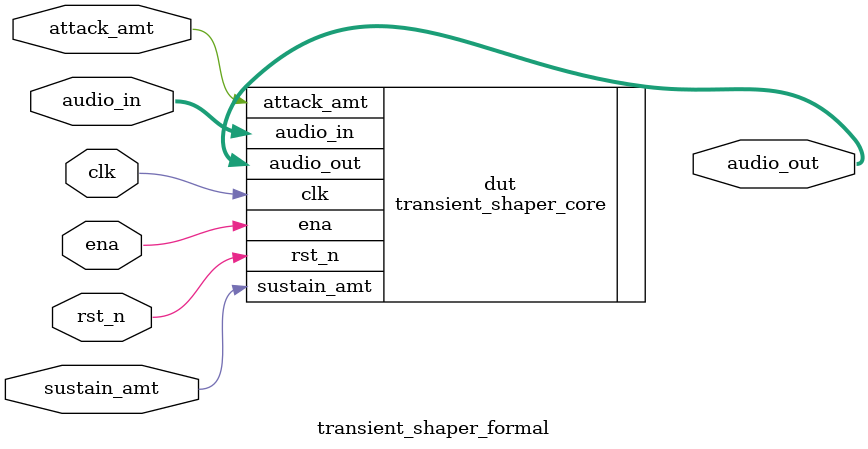
<source format=sv>

`default_nettype none

module transient_shaper_formal #(
    parameter WIDTH = 8
) (
    input wire clk,
    input wire rst_n,
    input wire ena,
    input wire [WIDTH-3:0] audio_in,
    input wire attack_amt,
    input wire sustain_amt,
    output wire [WIDTH-1:0] audio_out
);

    // Instantiate the design under test
    transient_shaper_core #(
        .WIDTH(WIDTH)
    ) dut (
        .clk(clk),
        .rst_n(rst_n),
        .ena(ena),
        .audio_in(audio_in),
        .attack_amt(attack_amt),
        .sustain_amt(sustain_amt),
        .audio_out(audio_out)
    );

`ifdef FORMAL
    // ========== ASSUMPTIONS ==========

    // Reset starts asserted
    initial assume(!rst_n);

    // Input is valid 6-bit value
    always @(*) assume(audio_in <= 6'h3F);

    // ========== SAFETY PROPERTIES ==========

    // Property 1: Reset behavior
    always @(posedge clk) begin
        if (!rst_n) begin
            reset_clears_output: assert(audio_out == 0);
        end
    end

    // Property 2: Output bounds
    // Output is always a valid 8-bit value (checked after clock edges when stable)
    always @(posedge clk) begin
        if (rst_n) begin
            output_in_range: assert(audio_out <= 8'hFF);
        end
    end

    // ========== COVERAGE ==========

    // Cover: All combinations of boost settings
    always @(posedge clk) begin
        if (rst_n && ena) begin
            cover_no_boost: cover(!attack_amt && !sustain_amt && audio_in > 0);
            cover_attack_only: cover(attack_amt && !sustain_amt && audio_in > 0);
            cover_sustain_only: cover(!attack_amt && sustain_amt && audio_in > 0);
            cover_both_boost: cover(attack_amt && sustain_amt && audio_in > 0);
        end
    end

    // Cover: Maximum input value
    always @(posedge clk) begin
        if (rst_n && ena) begin
            cover_max_input: cover(audio_in == 6'h3F);
        end
    end

    // Cover: High output value
    always @(posedge clk) begin
        if (rst_n && ena) begin
            cover_high_output: cover(audio_out > 100);
        end
    end

`endif

endmodule

`default_nettype wire

</source>
